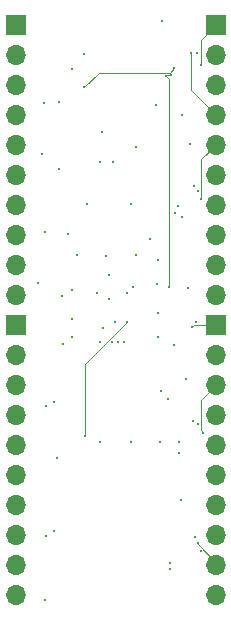
<source format=gbr>
%TF.GenerationSoftware,KiCad,Pcbnew,8.0.1*%
%TF.CreationDate,2024-10-17T14:11:07-05:00*%
%TF.ProjectId,sip-board,7369702d-626f-4617-9264-2e6b69636164,rev?*%
%TF.SameCoordinates,Original*%
%TF.FileFunction,Copper,L7,Inr*%
%TF.FilePolarity,Positive*%
%FSLAX46Y46*%
G04 Gerber Fmt 4.6, Leading zero omitted, Abs format (unit mm)*
G04 Created by KiCad (PCBNEW 8.0.1) date 2024-10-17 14:11:07*
%MOMM*%
%LPD*%
G01*
G04 APERTURE LIST*
%TA.AperFunction,CastellatedPad*%
%ADD10R,1.700000X1.700000*%
%TD*%
%TA.AperFunction,CastellatedPad*%
%ADD11O,1.700000X1.700000*%
%TD*%
%TA.AperFunction,ComponentPad*%
%ADD12R,1.700000X1.700000*%
%TD*%
%TA.AperFunction,ComponentPad*%
%ADD13O,1.700000X1.700000*%
%TD*%
%TA.AperFunction,ViaPad*%
%ADD14C,0.254000*%
%TD*%
%TA.AperFunction,ViaPad*%
%ADD15C,0.300000*%
%TD*%
%TA.AperFunction,Conductor*%
%ADD16C,0.100000*%
%TD*%
G04 APERTURE END LIST*
D10*
%TO.N,A1_5V*%
%TO.C,J5*%
X153970000Y-104800000D03*
D11*
%TO.N,A2_5V*%
X153970000Y-107340000D03*
%TO.N,A3_5V*%
X153970000Y-109880000D03*
%TO.N,A4_5V*%
X153970000Y-112420000D03*
%TO.N,A5_5V*%
X153970000Y-114960000D03*
%TO.N,A6_5V*%
X153970000Y-117500000D03*
%TO.N,A7_5V*%
X153970000Y-120040000D03*
%TO.N,A8_5V*%
X153970000Y-122580000D03*
%TO.N,A9_5V*%
X153970000Y-125120000D03*
%TO.N,A10_5V*%
X153970000Y-127660000D03*
%TD*%
D10*
%TO.N,+5V*%
%TO.C,J3*%
X137000000Y-104840000D03*
D11*
%TO.N,D2_5V*%
X137000000Y-107380000D03*
%TO.N,D7_5V*%
X137000000Y-109920000D03*
%TO.N,D0_5V*%
X137000000Y-112460000D03*
%TO.N,D1_5V*%
X137000000Y-115000000D03*
%TO.N,INT_5V*%
X137000000Y-117540000D03*
%TO.N,NMI_5V*%
X137000000Y-120080000D03*
%TO.N,HALT_5V*%
X137000000Y-122620000D03*
%TO.N,MREQ_5V*%
X137000000Y-125160000D03*
%TO.N,IORQ_5V*%
X137000000Y-127700000D03*
%TD*%
D10*
%TO.N,A11_5V*%
%TO.C,J2*%
X137000000Y-79405000D03*
D11*
%TO.N,A12_5V*%
X137000000Y-81945000D03*
%TO.N,A13_5V*%
X137000000Y-84485000D03*
%TO.N,A14_5V*%
X137000000Y-87025000D03*
%TO.N,A15_5V*%
X137000000Y-89565000D03*
%TO.N,CLK_5V*%
X137000000Y-92105000D03*
%TO.N,D4_5V*%
X137000000Y-94645000D03*
%TO.N,D3_5V*%
X137000000Y-97185000D03*
%TO.N,D5_5V*%
X137000000Y-99725000D03*
%TO.N,D6_5V*%
X137000000Y-102265000D03*
%TD*%
D12*
%TO.N,RD_5V*%
%TO.C,J4*%
X153940000Y-79400000D03*
D13*
%TO.N,WR_5V*%
X153940000Y-81940000D03*
%TO.N,BUSAK_5V*%
X153940000Y-84480000D03*
%TO.N,WAIT_5V*%
X153940000Y-87020000D03*
%TO.N,BUSRQ_5V*%
X153940000Y-89560000D03*
%TO.N,RESET_5V*%
X153940000Y-92100000D03*
%TO.N,M1_5V*%
X153940000Y-94640000D03*
%TO.N,RFSH_5V*%
X153940000Y-97180000D03*
%TO.N,GND*%
X153940000Y-99720000D03*
%TO.N,A0_5V*%
X153940000Y-102260000D03*
%TD*%
D14*
%TO.N,+1V0*%
X146400000Y-102110000D03*
X144920000Y-102590000D03*
X141440000Y-97080000D03*
%TO.N,GND*%
X150400000Y-106500000D03*
X150530000Y-95300000D03*
X146760000Y-114750000D03*
X141770000Y-101850000D03*
X147160000Y-98930000D03*
X149060000Y-105850000D03*
X142160000Y-98920000D03*
X149040000Y-103850000D03*
X149240000Y-114750000D03*
X141770000Y-104350000D03*
X144160000Y-106240000D03*
X149920000Y-111060000D03*
X144660000Y-98960000D03*
X140700000Y-85980000D03*
X141770000Y-105850000D03*
X146740000Y-94550000D03*
X145160000Y-106240000D03*
X144130000Y-114750000D03*
X143040000Y-94560000D03*
X149020000Y-99350000D03*
X149000000Y-101350000D03*
X146160000Y-106230000D03*
D15*
%TO.N,+5V*%
X139220000Y-90330000D03*
X138940000Y-101250000D03*
X150760000Y-94720000D03*
X142800000Y-84710000D03*
X142800000Y-81870000D03*
X150090000Y-125500000D03*
X139590000Y-122720000D03*
X150830000Y-114740000D03*
X139590000Y-111660000D03*
X149300000Y-110440000D03*
X150430000Y-83100000D03*
D14*
%TO.N,+1V8*%
X144910000Y-100580000D03*
%TO.N,MOSI*%
X145410000Y-104600000D03*
X149700000Y-83700000D03*
X150150000Y-83680000D03*
X149960000Y-101600000D03*
%TO.N,M2_CONFIG*%
X142860000Y-114180000D03*
X146410000Y-104600000D03*
%TO.N,DIN*%
X147165000Y-89760000D03*
%TO.N,CS*%
X151100000Y-87050000D03*
%TO.N,CCLK*%
X144150000Y-91030000D03*
D15*
%TO.N,WAIT_5V*%
X151830000Y-81760000D03*
%TO.N,RFSH_5V*%
X152110000Y-93040000D03*
%TO.N,BUSAK_5V*%
X152370000Y-81790000D03*
%TO.N,RD_5V*%
X152670000Y-82820000D03*
%TO.N,M1_5V*%
X152470000Y-93450000D03*
%TO.N,BUSRQ_5V*%
X152740000Y-94150000D03*
%TO.N,A2_5V*%
X152257022Y-104550000D03*
%TO.N,A10_5V*%
X152160000Y-122810000D03*
%TO.N,A3_5V*%
X152880000Y-113960000D03*
%TO.N,A6_5V*%
X152000000Y-112970000D03*
%TO.N,A9_5V*%
X152420000Y-123260000D03*
%TO.N,A5_5V*%
X152420000Y-113230000D03*
%TO.N,A1_5V*%
X151930000Y-105020000D03*
%TO.N,A7_5V*%
X152670000Y-123990000D03*
D14*
%TO.N,+3V3*%
X143920000Y-102120000D03*
X146920000Y-101590000D03*
X145660000Y-106260000D03*
X144410000Y-105100000D03*
X148380000Y-97550000D03*
D15*
X141010000Y-106460000D03*
X139470000Y-128130000D03*
X149410000Y-79090000D03*
X140530000Y-116070000D03*
X140660000Y-91640000D03*
D14*
X145250000Y-91020000D03*
D15*
X140240000Y-111370000D03*
X148900000Y-86210000D03*
X141800000Y-83130000D03*
X151390000Y-109400000D03*
X151060000Y-95700000D03*
X151590000Y-101730000D03*
D14*
X144350000Y-88480000D03*
D15*
X150090000Y-125010000D03*
X151000000Y-119670000D03*
X139520000Y-96990000D03*
X140280000Y-122250000D03*
X140910000Y-102340000D03*
X151800000Y-89520000D03*
X150840000Y-115670000D03*
X139390000Y-86030000D03*
%TD*%
D16*
%TO.N,+5V*%
X150430000Y-83100000D02*
X150077000Y-83453000D01*
X150077000Y-83453000D02*
X144057000Y-83453000D01*
X144057000Y-83453000D02*
X142800000Y-84710000D01*
%TO.N,MOSI*%
X149960000Y-101600000D02*
X149960000Y-83960000D01*
X150150000Y-83680000D02*
X149720000Y-83680000D01*
X149720000Y-83680000D02*
X149700000Y-83700000D01*
X149960000Y-83960000D02*
X149700000Y-83700000D01*
%TO.N,M2_CONFIG*%
X142860000Y-108150000D02*
X142860000Y-114180000D01*
X146410000Y-104600000D02*
X142860000Y-108150000D01*
%TO.N,WAIT_5V*%
X151830000Y-81760000D02*
X151830000Y-84910000D01*
X151830000Y-84910000D02*
X153940000Y-87020000D01*
%TO.N,RD_5V*%
X152670000Y-82820000D02*
X152670000Y-80670000D01*
X152670000Y-80670000D02*
X153940000Y-79400000D01*
%TO.N,BUSRQ_5V*%
X152740000Y-90760000D02*
X153940000Y-89560000D01*
X152740000Y-94150000D02*
X152740000Y-90760000D01*
%TO.N,A3_5V*%
X152670000Y-111180000D02*
X153970000Y-109880000D01*
X152670000Y-113750000D02*
X152670000Y-111180000D01*
X152880000Y-113960000D02*
X152670000Y-113750000D01*
%TO.N,A9_5V*%
X153970000Y-124936446D02*
X153970000Y-125120000D01*
X152420000Y-123386446D02*
X153970000Y-124936446D01*
X152420000Y-123260000D02*
X152420000Y-123386446D01*
%TO.N,A1_5V*%
X151930000Y-105020000D02*
X152150000Y-104800000D01*
X152150000Y-104800000D02*
X153970000Y-104800000D01*
%TD*%
M02*

</source>
